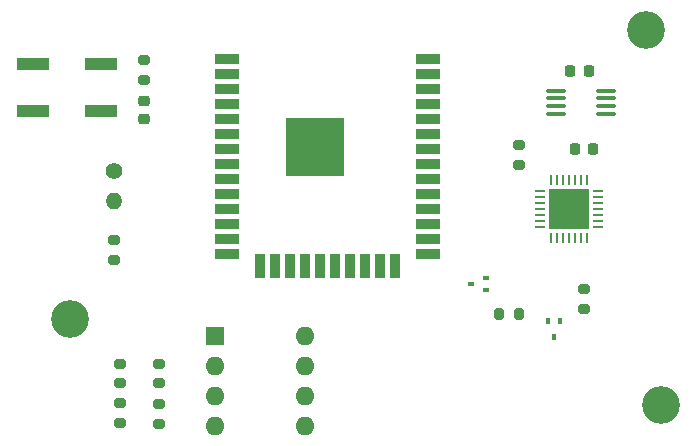
<source format=gbr>
%TF.GenerationSoftware,KiCad,Pcbnew,6.0.5-a6ca702e91~116~ubuntu20.04.1*%
%TF.CreationDate,2022-05-10T14:58:35-05:00*%
%TF.ProjectId,CarHUD,43617248-5544-42e6-9b69-6361645f7063,rev?*%
%TF.SameCoordinates,Original*%
%TF.FileFunction,Soldermask,Top*%
%TF.FilePolarity,Negative*%
%FSLAX46Y46*%
G04 Gerber Fmt 4.6, Leading zero omitted, Abs format (unit mm)*
G04 Created by KiCad (PCBNEW 6.0.5-a6ca702e91~116~ubuntu20.04.1) date 2022-05-10 14:58:35*
%MOMM*%
%LPD*%
G01*
G04 APERTURE LIST*
G04 Aperture macros list*
%AMRoundRect*
0 Rectangle with rounded corners*
0 $1 Rounding radius*
0 $2 $3 $4 $5 $6 $7 $8 $9 X,Y pos of 4 corners*
0 Add a 4 corners polygon primitive as box body*
4,1,4,$2,$3,$4,$5,$6,$7,$8,$9,$2,$3,0*
0 Add four circle primitives for the rounded corners*
1,1,$1+$1,$2,$3*
1,1,$1+$1,$4,$5*
1,1,$1+$1,$6,$7*
1,1,$1+$1,$8,$9*
0 Add four rect primitives between the rounded corners*
20,1,$1+$1,$2,$3,$4,$5,0*
20,1,$1+$1,$4,$5,$6,$7,0*
20,1,$1+$1,$6,$7,$8,$9,0*
20,1,$1+$1,$8,$9,$2,$3,0*%
G04 Aperture macros list end*
%ADD10C,3.200000*%
%ADD11RoundRect,0.200000X-0.275000X0.200000X-0.275000X-0.200000X0.275000X-0.200000X0.275000X0.200000X0*%
%ADD12R,0.400000X0.510000*%
%ADD13RoundRect,0.100000X0.712500X0.100000X-0.712500X0.100000X-0.712500X-0.100000X0.712500X-0.100000X0*%
%ADD14RoundRect,0.225000X-0.225000X-0.250000X0.225000X-0.250000X0.225000X0.250000X-0.225000X0.250000X0*%
%ADD15C,1.400000*%
%ADD16O,1.400000X1.400000*%
%ADD17R,2.750000X1.000000*%
%ADD18RoundRect,0.225000X0.225000X0.250000X-0.225000X0.250000X-0.225000X-0.250000X0.225000X-0.250000X0*%
%ADD19RoundRect,0.225000X-0.250000X0.225000X-0.250000X-0.225000X0.250000X-0.225000X0.250000X0.225000X0*%
%ADD20RoundRect,0.200000X0.275000X-0.200000X0.275000X0.200000X-0.275000X0.200000X-0.275000X-0.200000X0*%
%ADD21R,0.510000X0.400000*%
%ADD22R,1.600000X1.600000*%
%ADD23O,1.600000X1.600000*%
%ADD24R,2.000000X0.900000*%
%ADD25R,0.900000X2.000000*%
%ADD26R,5.000000X5.000000*%
%ADD27RoundRect,0.062500X0.337500X0.062500X-0.337500X0.062500X-0.337500X-0.062500X0.337500X-0.062500X0*%
%ADD28RoundRect,0.062500X0.062500X0.337500X-0.062500X0.337500X-0.062500X-0.337500X0.062500X-0.337500X0*%
%ADD29R,3.350000X3.350000*%
%ADD30RoundRect,0.200000X0.200000X0.275000X-0.200000X0.275000X-0.200000X-0.275000X0.200000X-0.275000X0*%
G04 APERTURE END LIST*
D10*
%TO.C,REF\u002A\u002A*%
X125750000Y-82750000D03*
%TD*%
%TO.C,REF\u002A\u002A*%
X75750000Y-75500000D03*
%TD*%
%TO.C,REF\u002A\u002A*%
X124500000Y-51000000D03*
%TD*%
D11*
%TO.C,R2*%
X83301000Y-82699000D03*
X83301000Y-84349000D03*
%TD*%
D12*
%TO.C,Q2*%
X117213000Y-75682000D03*
X116213000Y-75682000D03*
X116713000Y-76972000D03*
%TD*%
D11*
%TO.C,R7*%
X82042000Y-53594000D03*
X82042000Y-55244000D03*
%TD*%
D13*
%TO.C,MIC3775*%
X121116500Y-58097000D03*
X121116500Y-56797000D03*
X116891500Y-57447000D03*
X116891500Y-58097000D03*
X116891500Y-56147000D03*
X116891500Y-56797000D03*
X121116500Y-57447000D03*
X121116500Y-56147000D03*
%TD*%
D14*
%TO.C,C3*%
X118478000Y-61087000D03*
X120028000Y-61087000D03*
%TD*%
D15*
%TO.C,R_Photo1*%
X79502000Y-62992000D03*
D16*
X79502000Y-65532000D03*
%TD*%
D17*
%TO.C,SW1*%
X72599000Y-53912000D03*
X78359000Y-53912000D03*
X72599000Y-57912000D03*
X78359000Y-57912000D03*
%TD*%
D18*
%TO.C,C2*%
X119647000Y-54483000D03*
X118097000Y-54483000D03*
%TD*%
D19*
%TO.C,C1*%
X82042000Y-57010000D03*
X82042000Y-58560000D03*
%TD*%
D20*
%TO.C,R8*%
X113792000Y-62420000D03*
X113792000Y-60770000D03*
%TD*%
D11*
%TO.C,R6*%
X79502000Y-68834000D03*
X79502000Y-70484000D03*
%TD*%
D21*
%TO.C,Q1*%
X111008000Y-73017000D03*
X111008000Y-72017000D03*
X109718000Y-72517000D03*
%TD*%
D20*
%TO.C,R3*%
X79999000Y-84285000D03*
X79999000Y-82635000D03*
%TD*%
D22*
%TO.C,DS1621*%
X88000000Y-76920000D03*
D23*
X88000000Y-79460000D03*
X88000000Y-82000000D03*
X88000000Y-84540000D03*
X95620000Y-84540000D03*
X95620000Y-82000000D03*
X95620000Y-79460000D03*
X95620000Y-76920000D03*
%TD*%
D11*
%TO.C,R1*%
X83301000Y-79270000D03*
X83301000Y-80920000D03*
%TD*%
%TO.C,R10*%
X119253000Y-72962000D03*
X119253000Y-74612000D03*
%TD*%
D24*
%TO.C,ESP32-WROOM-32D1*%
X89020000Y-53460000D03*
X89020000Y-54730000D03*
X89020000Y-56000000D03*
X89020000Y-57270000D03*
X89020000Y-58540000D03*
X89020000Y-59810000D03*
X89020000Y-61080000D03*
X89020000Y-62350000D03*
X89020000Y-63620000D03*
X89020000Y-64890000D03*
X89020000Y-66160000D03*
X89020000Y-67430000D03*
X89020000Y-68700000D03*
X89020000Y-69970000D03*
D25*
X91805000Y-70970000D03*
X93075000Y-70970000D03*
X94345000Y-70970000D03*
X95615000Y-70970000D03*
X96885000Y-70970000D03*
X98155000Y-70970000D03*
X99425000Y-70970000D03*
X100695000Y-70970000D03*
X101965000Y-70970000D03*
X103235000Y-70970000D03*
D24*
X106020000Y-69970000D03*
X106020000Y-68700000D03*
X106020000Y-67430000D03*
X106020000Y-66160000D03*
X106020000Y-64890000D03*
X106020000Y-63620000D03*
X106020000Y-62350000D03*
X106020000Y-61080000D03*
X106020000Y-59810000D03*
X106020000Y-58540000D03*
X106020000Y-57270000D03*
X106020000Y-56000000D03*
X106020000Y-54730000D03*
X106020000Y-53460000D03*
D26*
X96520000Y-60960000D03*
%TD*%
D20*
%TO.C,R4*%
X79999000Y-80920000D03*
X79999000Y-79270000D03*
%TD*%
D27*
%TO.C,CP2102*%
X120433000Y-67667000D03*
X120433000Y-67167000D03*
X120433000Y-66667000D03*
X120433000Y-66167000D03*
X120433000Y-65667000D03*
X120433000Y-65167000D03*
X120433000Y-64667000D03*
D28*
X119483000Y-63717000D03*
X118983000Y-63717000D03*
X118483000Y-63717000D03*
X117983000Y-63717000D03*
X117483000Y-63717000D03*
X116983000Y-63717000D03*
X116483000Y-63717000D03*
D27*
X115533000Y-64667000D03*
X115533000Y-65167000D03*
X115533000Y-65667000D03*
X115533000Y-66167000D03*
X115533000Y-66667000D03*
X115533000Y-67167000D03*
X115533000Y-67667000D03*
D28*
X116483000Y-68617000D03*
X116983000Y-68617000D03*
X117483000Y-68617000D03*
X117983000Y-68617000D03*
X118483000Y-68617000D03*
X118983000Y-68617000D03*
X119483000Y-68617000D03*
D29*
X117983000Y-66167000D03*
%TD*%
D30*
%TO.C,R9*%
X113728000Y-75057000D03*
X112078000Y-75057000D03*
%TD*%
M02*

</source>
